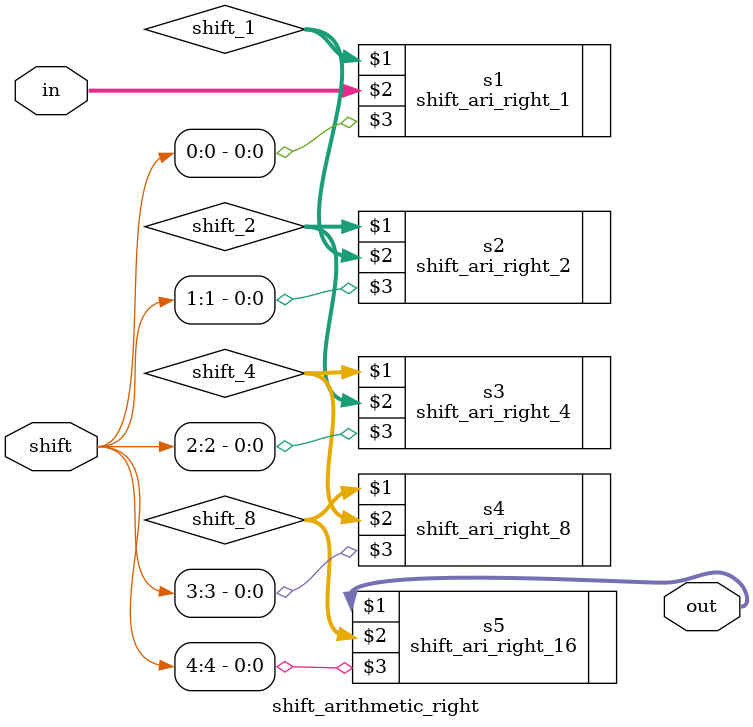
<source format=v>
module shift_arithmetic_right(out, in, shift);
    // arith shift pad with ones
    input [31:0] in;
    input [4:0] shift;
    output [31:0] out;

    wire [31:0] shift_1, shift_2, shift_4, shift_8;

    shift_ari_right_1 s1(shift_1, in, shift[0]);
    shift_ari_right_2 s2(shift_2, shift_1, shift[1]);
    shift_ari_right_4 s3(shift_4, shift_2, shift[2]);
    shift_ari_right_8 s4(shift_8, shift_4, shift[3]);
    shift_ari_right_16 s5(out, shift_8, shift[4]);
endmodule
</source>
